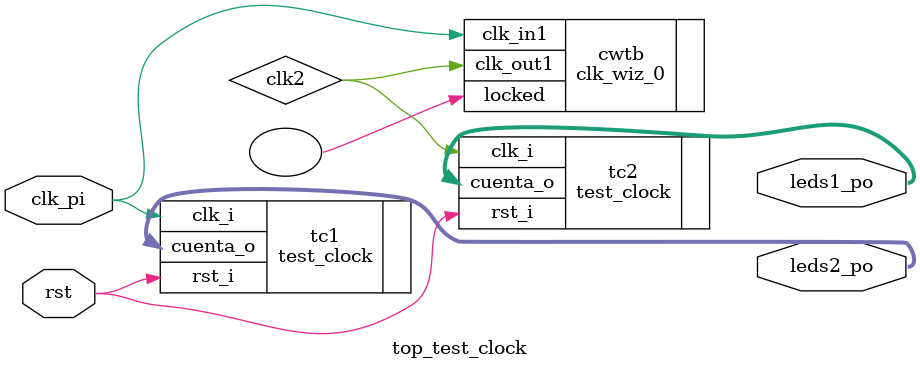
<source format=sv>
`timescale 1ns / 1ps


module top_test_clock(
    input  logic        clk_pi, rst,
    output logic [7:0]  leds1_po,
    output logic [7:0]  leds2_po
    );
    
 
    logic clk2;
    logic [15:0] cont;
    logic        en;
    
  
            
     clk_wiz_0 cwtb
   (
        .clk_out1(clk2),
        .locked(),
        .clk_in1(clk_pi)
    );
    
    test_clock tc2 (
        .clk_i      (clk2),
        .rst_i      (rst),
        .cuenta_o   (leds1_po)
    );
    
    
    test_clock tc1 (
        .clk_i      (clk_pi),
        .rst_i      (rst),
        .cuenta_o   (leds2_po)
    );
    
endmodule

</source>
